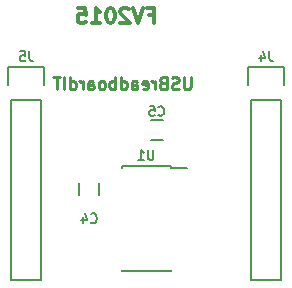
<source format=gbo>
G04 #@! TF.FileFunction,Legend,Bot*
%FSLAX46Y46*%
G04 Gerber Fmt 4.6, Leading zero omitted, Abs format (unit mm)*
G04 Created by KiCad (PCBNEW (2015-10-02 BZR 6238, Git 845638f)-product) date 05/10/2015 16:09:44*
%MOMM*%
G01*
G04 APERTURE LIST*
%ADD10C,0.100000*%
%ADD11C,0.254000*%
%ADD12C,0.304800*%
%ADD13C,0.150000*%
%ADD14C,0.177800*%
G04 APERTURE END LIST*
D10*
D11*
X95204642Y-78691619D02*
X95204642Y-79514095D01*
X95156261Y-79610857D01*
X95107880Y-79659238D01*
X95011118Y-79707619D01*
X94817595Y-79707619D01*
X94720833Y-79659238D01*
X94672452Y-79610857D01*
X94624071Y-79514095D01*
X94624071Y-78691619D01*
X94188642Y-79659238D02*
X94043499Y-79707619D01*
X93801595Y-79707619D01*
X93704833Y-79659238D01*
X93656452Y-79610857D01*
X93608071Y-79514095D01*
X93608071Y-79417333D01*
X93656452Y-79320571D01*
X93704833Y-79272190D01*
X93801595Y-79223810D01*
X93995118Y-79175429D01*
X94091880Y-79127048D01*
X94140261Y-79078667D01*
X94188642Y-78981905D01*
X94188642Y-78885143D01*
X94140261Y-78788381D01*
X94091880Y-78740000D01*
X93995118Y-78691619D01*
X93753214Y-78691619D01*
X93608071Y-78740000D01*
X92833976Y-79175429D02*
X92688833Y-79223810D01*
X92640452Y-79272190D01*
X92592071Y-79368952D01*
X92592071Y-79514095D01*
X92640452Y-79610857D01*
X92688833Y-79659238D01*
X92785595Y-79707619D01*
X93172642Y-79707619D01*
X93172642Y-78691619D01*
X92833976Y-78691619D01*
X92737214Y-78740000D01*
X92688833Y-78788381D01*
X92640452Y-78885143D01*
X92640452Y-78981905D01*
X92688833Y-79078667D01*
X92737214Y-79127048D01*
X92833976Y-79175429D01*
X93172642Y-79175429D01*
X92156642Y-79707619D02*
X92156642Y-79030286D01*
X92156642Y-79223810D02*
X92108261Y-79127048D01*
X92059880Y-79078667D01*
X91963118Y-79030286D01*
X91866357Y-79030286D01*
X91140643Y-79659238D02*
X91237405Y-79707619D01*
X91430928Y-79707619D01*
X91527690Y-79659238D01*
X91576071Y-79562476D01*
X91576071Y-79175429D01*
X91527690Y-79078667D01*
X91430928Y-79030286D01*
X91237405Y-79030286D01*
X91140643Y-79078667D01*
X91092262Y-79175429D01*
X91092262Y-79272190D01*
X91576071Y-79368952D01*
X90221405Y-79707619D02*
X90221405Y-79175429D01*
X90269786Y-79078667D01*
X90366548Y-79030286D01*
X90560071Y-79030286D01*
X90656833Y-79078667D01*
X90221405Y-79659238D02*
X90318167Y-79707619D01*
X90560071Y-79707619D01*
X90656833Y-79659238D01*
X90705214Y-79562476D01*
X90705214Y-79465714D01*
X90656833Y-79368952D01*
X90560071Y-79320571D01*
X90318167Y-79320571D01*
X90221405Y-79272190D01*
X89302167Y-79707619D02*
X89302167Y-78691619D01*
X89302167Y-79659238D02*
X89398929Y-79707619D01*
X89592452Y-79707619D01*
X89689214Y-79659238D01*
X89737595Y-79610857D01*
X89785976Y-79514095D01*
X89785976Y-79223810D01*
X89737595Y-79127048D01*
X89689214Y-79078667D01*
X89592452Y-79030286D01*
X89398929Y-79030286D01*
X89302167Y-79078667D01*
X88818357Y-79707619D02*
X88818357Y-78691619D01*
X88818357Y-79078667D02*
X88721595Y-79030286D01*
X88528072Y-79030286D01*
X88431310Y-79078667D01*
X88382929Y-79127048D01*
X88334548Y-79223810D01*
X88334548Y-79514095D01*
X88382929Y-79610857D01*
X88431310Y-79659238D01*
X88528072Y-79707619D01*
X88721595Y-79707619D01*
X88818357Y-79659238D01*
X87753976Y-79707619D02*
X87850738Y-79659238D01*
X87899119Y-79610857D01*
X87947500Y-79514095D01*
X87947500Y-79223810D01*
X87899119Y-79127048D01*
X87850738Y-79078667D01*
X87753976Y-79030286D01*
X87608834Y-79030286D01*
X87512072Y-79078667D01*
X87463691Y-79127048D01*
X87415310Y-79223810D01*
X87415310Y-79514095D01*
X87463691Y-79610857D01*
X87512072Y-79659238D01*
X87608834Y-79707619D01*
X87753976Y-79707619D01*
X86544453Y-79707619D02*
X86544453Y-79175429D01*
X86592834Y-79078667D01*
X86689596Y-79030286D01*
X86883119Y-79030286D01*
X86979881Y-79078667D01*
X86544453Y-79659238D02*
X86641215Y-79707619D01*
X86883119Y-79707619D01*
X86979881Y-79659238D01*
X87028262Y-79562476D01*
X87028262Y-79465714D01*
X86979881Y-79368952D01*
X86883119Y-79320571D01*
X86641215Y-79320571D01*
X86544453Y-79272190D01*
X86060643Y-79707619D02*
X86060643Y-79030286D01*
X86060643Y-79223810D02*
X86012262Y-79127048D01*
X85963881Y-79078667D01*
X85867119Y-79030286D01*
X85770358Y-79030286D01*
X84996263Y-79707619D02*
X84996263Y-78691619D01*
X84996263Y-79659238D02*
X85093025Y-79707619D01*
X85286548Y-79707619D01*
X85383310Y-79659238D01*
X85431691Y-79610857D01*
X85480072Y-79514095D01*
X85480072Y-79223810D01*
X85431691Y-79127048D01*
X85383310Y-79078667D01*
X85286548Y-79030286D01*
X85093025Y-79030286D01*
X84996263Y-79078667D01*
X84512453Y-79707619D02*
X84512453Y-78691619D01*
X84173786Y-78691619D02*
X83593215Y-78691619D01*
X83883500Y-79707619D02*
X83883500Y-78691619D01*
D12*
X91681905Y-73442286D02*
X92105238Y-73442286D01*
X92105238Y-74107524D02*
X92105238Y-72837524D01*
X91500476Y-72837524D01*
X91198096Y-72837524D02*
X90774762Y-74107524D01*
X90351429Y-72837524D01*
X89988572Y-72958476D02*
X89928096Y-72898000D01*
X89807144Y-72837524D01*
X89504763Y-72837524D01*
X89383810Y-72898000D01*
X89323334Y-72958476D01*
X89262858Y-73079429D01*
X89262858Y-73200381D01*
X89323334Y-73381810D01*
X90049048Y-74107524D01*
X89262858Y-74107524D01*
X88476667Y-72837524D02*
X88355715Y-72837524D01*
X88234763Y-72898000D01*
X88174286Y-72958476D01*
X88113810Y-73079429D01*
X88053334Y-73321333D01*
X88053334Y-73623714D01*
X88113810Y-73865619D01*
X88174286Y-73986571D01*
X88234763Y-74047048D01*
X88355715Y-74107524D01*
X88476667Y-74107524D01*
X88597620Y-74047048D01*
X88658096Y-73986571D01*
X88718572Y-73865619D01*
X88779048Y-73623714D01*
X88779048Y-73321333D01*
X88718572Y-73079429D01*
X88658096Y-72958476D01*
X88597620Y-72898000D01*
X88476667Y-72837524D01*
X86843810Y-74107524D02*
X87569524Y-74107524D01*
X87206667Y-74107524D02*
X87206667Y-72837524D01*
X87327619Y-73018952D01*
X87448572Y-73139905D01*
X87569524Y-73200381D01*
X85694762Y-72837524D02*
X86299524Y-72837524D01*
X86360000Y-73442286D01*
X86299524Y-73381810D01*
X86178572Y-73321333D01*
X85876191Y-73321333D01*
X85755238Y-73381810D01*
X85694762Y-73442286D01*
X85634286Y-73563238D01*
X85634286Y-73865619D01*
X85694762Y-73986571D01*
X85755238Y-74047048D01*
X85876191Y-74107524D01*
X86178572Y-74107524D01*
X86299524Y-74047048D01*
X86360000Y-73986571D01*
D13*
X87464000Y-87638000D02*
X87464000Y-88638000D01*
X85764000Y-88638000D02*
X85764000Y-87638000D01*
X100330000Y-80645000D02*
X100330000Y-95885000D01*
X100330000Y-95885000D02*
X102870000Y-95885000D01*
X102870000Y-95885000D02*
X102870000Y-80645000D01*
X100050000Y-77825000D02*
X100050000Y-79375000D01*
X100330000Y-80645000D02*
X102870000Y-80645000D01*
X103150000Y-79375000D02*
X103150000Y-77825000D01*
X103150000Y-77825000D02*
X100050000Y-77825000D01*
X80010000Y-80645000D02*
X80010000Y-95885000D01*
X80010000Y-95885000D02*
X82550000Y-95885000D01*
X82550000Y-95885000D02*
X82550000Y-80645000D01*
X79730000Y-77825000D02*
X79730000Y-79375000D01*
X80010000Y-80645000D02*
X82550000Y-80645000D01*
X82830000Y-79375000D02*
X82830000Y-77825000D01*
X82830000Y-77825000D02*
X79730000Y-77825000D01*
X93515000Y-86228000D02*
X93515000Y-86343000D01*
X89365000Y-86228000D02*
X89365000Y-86343000D01*
X89365000Y-95128000D02*
X89365000Y-95013000D01*
X93515000Y-95128000D02*
X93515000Y-95013000D01*
X93515000Y-86228000D02*
X89365000Y-86228000D01*
X93515000Y-95128000D02*
X89365000Y-95128000D01*
X93515000Y-86343000D02*
X94890000Y-86343000D01*
X91829000Y-82335000D02*
X92829000Y-82335000D01*
X92829000Y-84035000D02*
X91829000Y-84035000D01*
D14*
X86749466Y-90968286D02*
X86788171Y-91006990D01*
X86904285Y-91045695D01*
X86981695Y-91045695D01*
X87097809Y-91006990D01*
X87175218Y-90929581D01*
X87213923Y-90852171D01*
X87252628Y-90697352D01*
X87252628Y-90581238D01*
X87213923Y-90426419D01*
X87175218Y-90349010D01*
X87097809Y-90271600D01*
X86981695Y-90232895D01*
X86904285Y-90232895D01*
X86788171Y-90271600D01*
X86749466Y-90310305D01*
X86052780Y-90503829D02*
X86052780Y-91045695D01*
X86246304Y-90194190D02*
X86439828Y-90774762D01*
X85936666Y-90774762D01*
X101870933Y-76516895D02*
X101870933Y-77097467D01*
X101909637Y-77213581D01*
X101987047Y-77290990D01*
X102103161Y-77329695D01*
X102180571Y-77329695D01*
X101135542Y-76787829D02*
X101135542Y-77329695D01*
X101329066Y-76478190D02*
X101522590Y-77058762D01*
X101019428Y-77058762D01*
X81550933Y-76516895D02*
X81550933Y-77097467D01*
X81589637Y-77213581D01*
X81667047Y-77290990D01*
X81783161Y-77329695D01*
X81860571Y-77329695D01*
X80776838Y-76516895D02*
X81163885Y-76516895D01*
X81202590Y-76903943D01*
X81163885Y-76865238D01*
X81086476Y-76826533D01*
X80892952Y-76826533D01*
X80815542Y-76865238D01*
X80776838Y-76903943D01*
X80738133Y-76981352D01*
X80738133Y-77174876D01*
X80776838Y-77252286D01*
X80815542Y-77290990D01*
X80892952Y-77329695D01*
X81086476Y-77329695D01*
X81163885Y-77290990D01*
X81202590Y-77252286D01*
X92059276Y-84857895D02*
X92059276Y-85515876D01*
X92020571Y-85593286D01*
X91981867Y-85631990D01*
X91904457Y-85670695D01*
X91749638Y-85670695D01*
X91672229Y-85631990D01*
X91633524Y-85593286D01*
X91594819Y-85515876D01*
X91594819Y-84857895D01*
X90782019Y-85670695D02*
X91246476Y-85670695D01*
X91014247Y-85670695D02*
X91014247Y-84857895D01*
X91091657Y-84974010D01*
X91169066Y-85051419D01*
X91246476Y-85090124D01*
X92464466Y-81887786D02*
X92503171Y-81926490D01*
X92619285Y-81965195D01*
X92696695Y-81965195D01*
X92812809Y-81926490D01*
X92890218Y-81849081D01*
X92928923Y-81771671D01*
X92967628Y-81616852D01*
X92967628Y-81500738D01*
X92928923Y-81345919D01*
X92890218Y-81268510D01*
X92812809Y-81191100D01*
X92696695Y-81152395D01*
X92619285Y-81152395D01*
X92503171Y-81191100D01*
X92464466Y-81229805D01*
X91729076Y-81152395D02*
X92116123Y-81152395D01*
X92154828Y-81539443D01*
X92116123Y-81500738D01*
X92038714Y-81462033D01*
X91845190Y-81462033D01*
X91767780Y-81500738D01*
X91729076Y-81539443D01*
X91690371Y-81616852D01*
X91690371Y-81810376D01*
X91729076Y-81887786D01*
X91767780Y-81926490D01*
X91845190Y-81965195D01*
X92038714Y-81965195D01*
X92116123Y-81926490D01*
X92154828Y-81887786D01*
M02*

</source>
